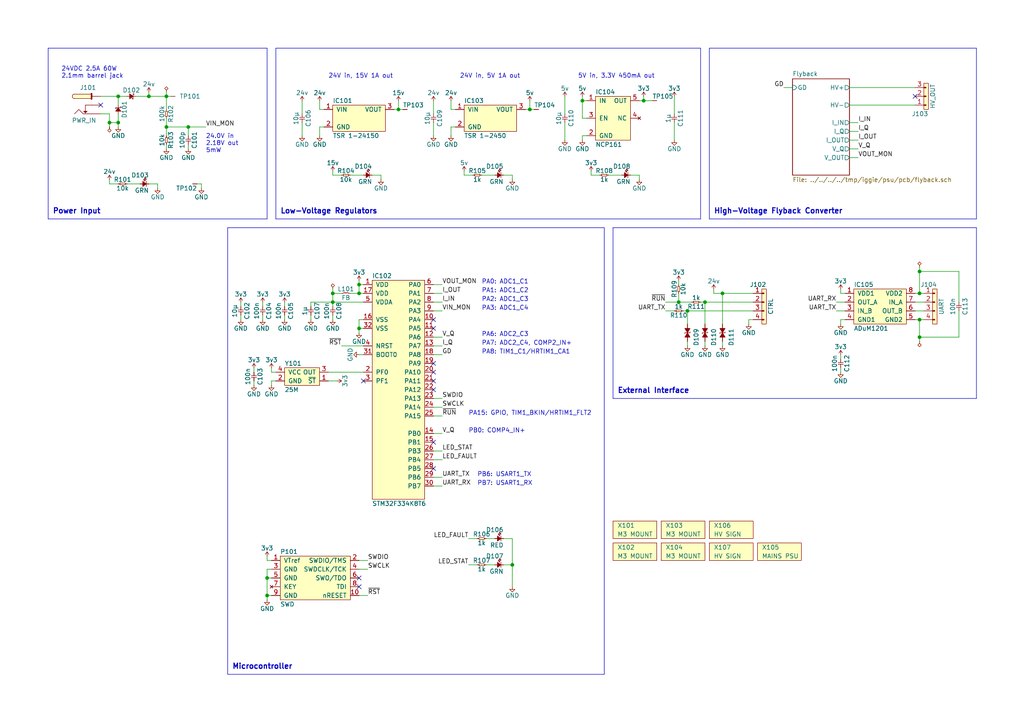
<source format=kicad_sch>
(kicad_sch (version 20230121) (generator eeschema)
  (paper "A4")
  (title_block (title "IGGie PSU") (date "2019-08-26") (rev "1") (comment 1 "Drawn by: AG"))
  (junction (at 54.61 36.83))
  (junction (at 104.14 82.55))
  (junction (at 186.69 29.21))
  (junction (at 96.52 85.09))
  (junction (at 266.7 78.74))
  (junction (at 34.29 27.94))
  (junction (at 77.47 172.72))
  (junction (at 104.14 85.09))
  (junction (at 77.47 167.64))
  (junction (at 266.7 85.09))
  (junction (at 196.85 87.63))
  (junction (at 48.26 27.94))
  (junction (at 43.18 27.94))
  (junction (at 31.75 35.56))
  (junction (at 34.29 35.56))
  (junction (at 199.39 90.17))
  (junction (at 115.57 31.75))
  (junction (at 96.52 87.63))
  (junction (at 209.55 85.09))
  (junction (at 168.91 29.21))
  (junction (at 148.59 163.83))
  (junction (at 204.47 87.63))
  (junction (at 153.67 31.75))
  (junction (at 266.7 92.71))
  (junction (at 104.14 95.25))
  (junction (at 266.7 97.79))
  (junction (at 48.26 36.83))
  (no_connect (at 125.73 113.03))
  (no_connect (at 125.73 107.95))
  (no_connect (at 125.73 92.71))
  (no_connect (at 125.73 105.41))
  (no_connect (at 29.21 30.48))
  (no_connect (at 104.14 170.18))
  (no_connect (at 125.73 95.25))
  (no_connect (at 265.43 27.94))
  (no_connect (at 105.41 110.49))
  (no_connect (at 125.73 128.27))
  (no_connect (at 125.73 135.89))
  (no_connect (at 125.73 110.49))
  (no_connect (at 104.14 167.64))
  (wire (pts (xy 77.47 167.64) (xy 77.47 165.1)))
  (wire (pts (xy 128.27 140.97) (xy 125.73 140.97)))
  (wire (pts (xy 114.3 31.75) (xy 115.57 31.75)))
  (wire (pts (xy 128.27 97.79) (xy 125.73 97.79)))
  (wire (pts (xy 140.97 163.83) (xy 143.51 163.83)))
  (wire (pts (xy 146.05 163.83) (xy 148.59 163.83)))
  (wire (pts (xy 242.57 87.63) (xy 245.11 87.63)))
  (wire (pts (xy 196.85 81.28) (xy 196.85 82.55)))
  (wire (pts (xy 78.74 172.72) (xy 77.47 172.72)))
  (wire (pts (xy 204.47 93.98) (xy 204.47 87.63)))
  (wire (pts (xy 199.39 93.98) (xy 199.39 90.17)))
  (wire (pts (xy 168.91 34.29) (xy 168.91 29.21)))
  (wire (pts (xy 96.52 50.8) (xy 99.06 50.8)))
  (wire (pts (xy 90.17 87.63) (xy 90.17 88.9)))
  (wire (pts (xy 168.91 27.94) (xy 168.91 29.21)))
  (wire (pts (xy 265.43 92.71) (xy 266.7 92.71)))
  (wire (pts (xy 101.6 50.8) (xy 105.41 50.8)))
  (polyline (pts (xy 177.8 115.57) (xy 283.21 115.57)))
  (polyline (pts (xy 175.26 66.04) (xy 175.26 195.58)))
  (wire (pts (xy 93.98 36.83) (xy 92.71 36.83)))
  (wire (pts (xy 48.26 36.83) (xy 48.26 39.37)))
  (wire (pts (xy 130.81 29.21) (xy 130.81 31.75)))
  (wire (pts (xy 209.55 99.06) (xy 209.55 100.33)))
  (wire (pts (xy 34.29 36.83) (xy 34.29 35.56)))
  (wire (pts (xy 92.71 31.75) (xy 93.98 31.75)))
  (wire (pts (xy 246.38 30.48) (xy 265.43 30.48)))
  (wire (pts (xy 278.13 78.74) (xy 266.7 78.74)))
  (wire (pts (xy 246.38 43.18) (xy 248.92 43.18)))
  (polyline (pts (xy 66.04 195.58) (xy 66.04 66.04)))
  (polyline (pts (xy 177.8 66.04) (xy 177.8 115.57)))
  (wire (pts (xy 163.83 33.02) (xy 163.83 27.94)))
  (wire (pts (xy 92.71 29.21) (xy 92.71 31.75)))
  (wire (pts (xy 278.13 87.63) (xy 278.13 78.74)))
  (wire (pts (xy 104.14 102.87) (xy 105.41 102.87)))
  (polyline (pts (xy 77.47 13.97) (xy 13.97 13.97)))
  (wire (pts (xy 73.66 107.95) (xy 73.66 106.68)))
  (polyline (pts (xy 13.97 13.97) (xy 13.97 63.5)))
  (wire (pts (xy 185.42 29.21) (xy 186.69 29.21)))
  (wire (pts (xy 95.25 107.95) (xy 105.41 107.95)))
  (wire (pts (xy 104.14 92.71) (xy 105.41 92.71)))
  (wire (pts (xy 104.14 85.09) (xy 101.6 85.09)))
  (wire (pts (xy 54.61 36.83) (xy 59.69 36.83)))
  (wire (pts (xy 204.47 87.63) (xy 218.44 87.63)))
  (wire (pts (xy 168.91 29.21) (xy 170.18 29.21)))
  (wire (pts (xy 34.29 27.94) (xy 36.83 27.94)))
  (wire (pts (xy 209.55 93.98) (xy 209.55 85.09)))
  (wire (pts (xy 196.85 87.63) (xy 200.66 87.63)))
  (wire (pts (xy 77.47 161.29) (xy 77.47 162.56)))
  (wire (pts (xy 45.72 53.34) (xy 45.72 54.61)))
  (wire (pts (xy 77.47 172.72) (xy 77.47 167.64)))
  (wire (pts (xy 78.74 110.49) (xy 78.74 111.76)))
  (wire (pts (xy 135.89 156.21) (xy 138.43 156.21)))
  (wire (pts (xy 134.62 50.8) (xy 137.16 50.8)))
  (wire (pts (xy 170.18 34.29) (xy 168.91 34.29)))
  (wire (pts (xy 130.81 31.75) (xy 132.08 31.75)))
  (wire (pts (xy 204.47 87.63) (xy 203.2 87.63)))
  (wire (pts (xy 31.75 53.34) (xy 34.29 53.34)))
  (wire (pts (xy 90.17 92.71) (xy 90.17 91.44)))
  (wire (pts (xy 96.52 85.09) (xy 99.06 85.09)))
  (wire (pts (xy 73.66 111.76) (xy 73.66 110.49)))
  (polyline (pts (xy 283.21 115.57) (xy 283.21 66.04)))
  (polyline (pts (xy 175.26 195.58) (xy 66.04 195.58)))
  (wire (pts (xy 186.69 29.21) (xy 186.69 27.94)))
  (wire (pts (xy 243.84 93.98) (xy 243.84 92.71)))
  (wire (pts (xy 153.67 31.75) (xy 153.67 29.21)))
  (wire (pts (xy 48.26 36.83) (xy 54.61 36.83)))
  (wire (pts (xy 96.52 87.63) (xy 90.17 87.63)))
  (wire (pts (xy 31.75 35.56) (xy 34.29 35.56)))
  (polyline (pts (xy 13.97 63.5) (xy 77.47 63.5)))
  (wire (pts (xy 242.57 90.17) (xy 245.11 90.17)))
  (wire (pts (xy 128.27 120.65) (xy 125.73 120.65)))
  (wire (pts (xy 148.59 50.8) (xy 148.59 52.07)))
  (wire (pts (xy 125.73 87.63) (xy 128.27 87.63)))
  (polyline (pts (xy 205.74 63.5) (xy 283.21 63.5)))
  (wire (pts (xy 48.26 26.67) (xy 48.26 27.94)))
  (wire (pts (xy 265.43 87.63) (xy 267.97 87.63)))
  (wire (pts (xy 96.52 83.82) (xy 96.52 85.09)))
  (wire (pts (xy 48.26 43.18) (xy 48.26 41.91)))
  (wire (pts (xy 243.84 102.87) (xy 243.84 104.14)))
  (wire (pts (xy 135.89 163.83) (xy 138.43 163.83)))
  (wire (pts (xy 115.57 31.75) (xy 115.57 29.21)))
  (wire (pts (xy 154.94 31.75) (xy 153.67 31.75)))
  (wire (pts (xy 31.75 33.02) (xy 31.75 35.56)))
  (wire (pts (xy 196.85 85.09) (xy 196.85 87.63)))
  (wire (pts (xy 104.14 165.1) (xy 106.68 165.1)))
  (wire (pts (xy 104.14 85.09) (xy 105.41 85.09)))
  (wire (pts (xy 246.38 45.72) (xy 248.92 45.72)))
  (wire (pts (xy 195.58 33.02) (xy 195.58 27.94)))
  (wire (pts (xy 204.47 100.33) (xy 204.47 99.06)))
  (wire (pts (xy 217.17 92.71) (xy 218.44 92.71)))
  (wire (pts (xy 82.55 87.63) (xy 82.55 88.9)))
  (wire (pts (xy 78.74 107.95) (xy 80.01 107.95)))
  (wire (pts (xy 31.75 36.83) (xy 31.75 35.56)))
  (wire (pts (xy 48.26 34.29) (xy 48.26 36.83)))
  (wire (pts (xy 130.81 36.83) (xy 132.08 36.83)))
  (wire (pts (xy 87.63 39.37) (xy 87.63 35.56)))
  (wire (pts (xy 163.83 40.64) (xy 163.83 35.56)))
  (wire (pts (xy 96.52 49.53) (xy 96.52 50.8)))
  (wire (pts (xy 43.18 53.34) (xy 45.72 53.34)))
  (wire (pts (xy 130.81 39.37) (xy 130.81 36.83)))
  (wire (pts (xy 125.73 130.81) (xy 128.27 130.81)))
  (polyline (pts (xy 80.01 63.5) (xy 203.2 63.5)))
  (polyline (pts (xy 66.04 66.04) (xy 175.26 66.04)))
  (polyline (pts (xy 283.21 66.04) (xy 177.8 66.04)))
  (wire (pts (xy 189.23 29.21) (xy 186.69 29.21)))
  (polyline (pts (xy 203.2 13.97) (xy 80.01 13.97)))
  (wire (pts (xy 229.87 25.4) (xy 227.33 25.4)))
  (wire (pts (xy 171.45 49.53) (xy 171.45 50.8)))
  (wire (pts (xy 34.29 33.02) (xy 34.29 35.56)))
  (wire (pts (xy 107.95 50.8) (xy 110.49 50.8)))
  (wire (pts (xy 104.14 162.56) (xy 106.68 162.56)))
  (wire (pts (xy 125.73 118.11) (xy 128.27 118.11)))
  (wire (pts (xy 34.29 27.94) (xy 34.29 30.48)))
  (wire (pts (xy 128.27 102.87) (xy 125.73 102.87)))
  (wire (pts (xy 243.84 92.71) (xy 245.11 92.71)))
  (wire (pts (xy 217.17 93.98) (xy 217.17 92.71)))
  (wire (pts (xy 77.47 165.1) (xy 78.74 165.1)))
  (wire (pts (xy 148.59 163.83) (xy 148.59 156.21)))
  (wire (pts (xy 243.84 85.09) (xy 245.11 85.09)))
  (wire (pts (xy 125.73 29.21) (xy 125.73 33.02)))
  (wire (pts (xy 168.91 39.37) (xy 168.91 40.64)))
  (wire (pts (xy 193.04 87.63) (xy 196.85 87.63)))
  (wire (pts (xy 105.41 82.55) (xy 104.14 82.55)))
  (wire (pts (xy 176.53 50.8) (xy 180.34 50.8)))
  (wire (pts (xy 43.18 27.94) (xy 48.26 27.94)))
  (wire (pts (xy 77.47 173.99) (xy 77.47 172.72)))
  (wire (pts (xy 96.52 87.63) (xy 96.52 85.09)))
  (wire (pts (xy 209.55 85.09) (xy 218.44 85.09)))
  (wire (pts (xy 76.2 87.63) (xy 76.2 88.9)))
  (wire (pts (xy 78.74 106.68) (xy 78.74 107.95)))
  (wire (pts (xy 139.7 50.8) (xy 143.51 50.8)))
  (wire (pts (xy 49.53 27.94) (xy 48.26 27.94)))
  (wire (pts (xy 266.7 77.47) (xy 266.7 78.74)))
  (wire (pts (xy 128.27 85.09) (xy 125.73 85.09)))
  (wire (pts (xy 96.52 87.63) (xy 105.41 87.63)))
  (wire (pts (xy 182.88 50.8) (xy 185.42 50.8)))
  (wire (pts (xy 99.06 100.33) (xy 105.41 100.33)))
  (wire (pts (xy 128.27 138.43) (xy 125.73 138.43)))
  (wire (pts (xy 69.85 92.71) (xy 69.85 91.44)))
  (wire (pts (xy 199.39 100.33) (xy 199.39 99.06)))
  (wire (pts (xy 39.37 27.94) (xy 43.18 27.94)))
  (wire (pts (xy 193.04 90.17) (xy 195.58 90.17)))
  (wire (pts (xy 170.18 39.37) (xy 168.91 39.37)))
  (wire (pts (xy 125.73 39.37) (xy 125.73 35.56)))
  (wire (pts (xy 148.59 156.21) (xy 146.05 156.21)))
  (wire (pts (xy 265.43 85.09) (xy 266.7 85.09)))
  (wire (pts (xy 125.73 82.55) (xy 128.27 82.55)))
  (wire (pts (xy 278.13 97.79) (xy 278.13 90.17)))
  (polyline (pts (xy 203.2 63.5) (xy 203.2 13.97)))
  (wire (pts (xy 31.75 52.07) (xy 31.75 53.34)))
  (wire (pts (xy 243.84 106.68) (xy 243.84 107.95)))
  (wire (pts (xy 246.38 38.1) (xy 248.92 38.1)))
  (wire (pts (xy 29.21 27.94) (xy 34.29 27.94)))
  (wire (pts (xy 97.79 110.49) (xy 95.25 110.49)))
  (wire (pts (xy 266.7 97.79) (xy 278.13 97.79)))
  (wire (pts (xy 87.63 29.21) (xy 87.63 33.02)))
  (wire (pts (xy 148.59 163.83) (xy 148.59 170.18)))
  (wire (pts (xy 207.01 85.09) (xy 209.55 85.09)))
  (wire (pts (xy 140.97 156.21) (xy 143.51 156.21)))
  (polyline (pts (xy 205.74 13.97) (xy 205.74 63.5)))
  (wire (pts (xy 110.49 50.8) (xy 110.49 52.07)))
  (wire (pts (xy 82.55 91.44) (xy 82.55 92.71)))
  (wire (pts (xy 266.7 78.74) (xy 266.7 85.09)))
  (wire (pts (xy 54.61 39.37) (xy 54.61 36.83)))
  (wire (pts (xy 266.7 85.09) (xy 267.97 85.09)))
  (wire (pts (xy 43.18 27.94) (xy 43.18 26.67)))
  (wire (pts (xy 195.58 40.64) (xy 195.58 35.56)))
  (wire (pts (xy 266.7 92.71) (xy 267.97 92.71)))
  (wire (pts (xy 76.2 91.44) (xy 76.2 92.71)))
  (wire (pts (xy 125.73 115.57) (xy 128.27 115.57)))
  (wire (pts (xy 128.27 100.33) (xy 125.73 100.33)))
  (wire (pts (xy 128.27 133.35) (xy 125.73 133.35)))
  (wire (pts (xy 246.38 35.56) (xy 248.92 35.56)))
  (wire (pts (xy 207.01 83.82) (xy 207.01 85.09)))
  (wire (pts (xy 58.42 53.34) (xy 58.42 54.61)))
  (wire (pts (xy 104.14 81.28) (xy 104.14 82.55)))
  (polyline (pts (xy 283.21 13.97) (xy 205.74 13.97)))
  (polyline (pts (xy 80.01 13.97) (xy 80.01 63.5)))
  (wire (pts (xy 134.62 49.53) (xy 134.62 50.8)))
  (wire (pts (xy 29.21 33.02) (xy 31.75 33.02)))
  (wire (pts (xy 57.15 53.34) (xy 58.42 53.34)))
  (wire (pts (xy 198.12 90.17) (xy 199.39 90.17)))
  (wire (pts (xy 128.27 90.17) (xy 125.73 90.17)))
  (wire (pts (xy 185.42 50.8) (xy 185.42 52.07)))
  (wire (pts (xy 78.74 167.64) (xy 77.47 167.64)))
  (wire (pts (xy 243.84 83.82) (xy 243.84 85.09)))
  (wire (pts (xy 199.39 90.17) (xy 218.44 90.17)))
  (wire (pts (xy 36.83 53.34) (xy 40.64 53.34)))
  (wire (pts (xy 80.01 110.49) (xy 78.74 110.49)))
  (wire (pts (xy 266.7 92.71) (xy 266.7 97.79)))
  (wire (pts (xy 246.38 40.64) (xy 248.92 40.64)))
  (polyline (pts (xy 77.47 13.97) (xy 77.47 63.5)))
  (wire (pts (xy 104.14 82.55) (xy 104.14 85.09)))
  (wire (pts (xy 54.61 43.18) (xy 54.61 41.91)))
  (wire (pts (xy 146.05 50.8) (xy 148.59 50.8)))
  (wire (pts (xy 105.41 95.25) (xy 104.14 95.25)))
  (wire (pts (xy 48.26 27.94) (xy 48.26 31.75)))
  (wire (pts (xy 96.52 88.9) (xy 96.52 87.63)))
  (wire (pts (xy 128.27 125.73) (xy 125.73 125.73)))
  (wire (pts (xy 265.43 90.17) (xy 267.97 90.17)))
  (wire (pts (xy 69.85 88.9) (xy 69.85 87.63)))
  (wire (pts (xy 92.71 36.83) (xy 92.71 39.37)))
  (wire (pts (xy 246.38 25.4) (xy 265.43 25.4)))
  (wire (pts (xy 152.4 31.75) (xy 153.67 31.75)))
  (wire (pts (xy 171.45 50.8) (xy 173.99 50.8)))
  (wire (pts (xy 116.84 31.75) (xy 115.57 31.75)))
  (wire (pts (xy 77.47 162.56) (xy 78.74 162.56)))
  (wire (pts (xy 266.7 99.06) (xy 266.7 97.79)))
  (wire (pts (xy 96.52 92.71) (xy 96.52 91.44)))
  (polyline (pts (xy 283.21 63.5) (xy 283.21 13.97)))
  (wire (pts (xy 104.14 96.52) (xy 104.14 95.25)))
  (wire (pts (xy 104.14 95.25) (xy 104.14 92.71)))
  (wire (pts (xy 104.14 172.72) (xy 106.68 172.72)))
  (text "5V in, 3.3V 450mA out" (at 167.64 22.86 0) (effects (font (size 1.27 1.27)) (justify left bottom)))
  (text "External Interface" (at 179.07 114.3 0) (effects (font (size 1.524 1.524) (thickness 0.3048) bold) (justify left bottom)))
  (text "High-Voltage Flyback Converter" (at 207.01 62.23 0) (effects (font (size 1.524 1.524) (thickness 0.3048) bold) (justify left bottom)))
  (text "PA0: ADC1_C1" (at 139.7 82.55 0) (effects (font (size 1.27 1.27)) (justify left bottom)))
  (text "PA1: ADC1_C2" (at 139.7 85.09 0) (effects (font (size 1.27 1.27)) (justify left bottom)))
  (text "24V in, 15V 1A out" (at 95.25 22.86 0) (effects (font (size 1.27 1.27)) (justify left bottom)))
  (text "PB0: COMP4_IN+" (at 135.89 125.73 0) (effects (font (size 1.27 1.27)) (justify left bottom)))
  (text "Low-Voltage Regulators" (at 81.28 62.23 0) (effects (font (size 1.524 1.524) (thickness 0.3048) bold) (justify left bottom)))
  (text "Power Input" (at 15.24 62.23 0) (effects (font (size 1.524 1.524) (thickness 0.3048) bold) (justify left bottom)))
  (text "PA8: TIM1_C1/HRTIM1_CA1" (at 139.7 102.87 0) (effects (font (size 1.27 1.27)) (justify left bottom)))
  (text "24V in, 5V 1A out" (at 133.35 22.86 0) (effects (font (size 1.27 1.27)) (justify left bottom)))
  (text "PA3: ADC1_C4" (at 139.7 90.17 0) (effects (font (size 1.27 1.27)) (justify left bottom)))
  (text "PA2: ADC1_C3" (at 139.7 87.63 0) (effects (font (size 1.27 1.27)) (justify left bottom)))
  (text "Microcontroller" (at 67.31 194.31 0) (effects (font (size 1.524 1.524) (thickness 0.3048) bold) (justify left bottom)))
  (text "PA7: ADC2_C4, COMP2_IN+" (at 139.7 100.33 0) (effects (font (size 1.27 1.27)) (justify left bottom)))
  (text "PA15: GPIO, TIM1_BKIN/HRTIM1_FLT2" (at 135.89 120.65 0) (effects (font (size 1.27 1.27)) (justify left bottom)))
  (text "24.0V in\n2.18V out\n5mW" (at 59.69 44.45 0) (effects (font (size 1.27 1.27)) (justify left bottom)))
  (text "PB6: USART1_TX" (at 138.43 138.43 0) (effects (font (size 1.27 1.27)) (justify left bottom)))
  (text "PA6: ADC2_C3" (at 139.7 97.79 0) (effects (font (size 1.27 1.27)) (justify left bottom)))
  (text "PB7: USART1_RX" (at 138.43 140.97 0) (effects (font (size 1.27 1.27)) (justify left bottom)))
  (text "24VDC 2.5A 60W\n2.1mm barrel jack" (at 17.78 22.86 0) (effects (font (size 1.27 1.27)) (justify left bottom)))
  (label "V_Q" (at 248.92 43.18 0))
  (label "GD" (at 227.33 25.4 180))
  (label "V_Q" (at 128.27 97.79 0))
  (label "UART_TX" (at 242.57 90.17 180))
  (label "GD" (at 128.27 102.87 0))
  (label "VIN_MON" (at 128.27 90.17 0))
  (label "V_Q" (at 128.27 125.73 0))
  (label "I_Q" (at 248.92 38.1 0))
  (label "VIN_MON" (at 59.69 36.83 0))
  (label "VOUT_MON" (at 128.27 82.55 0))
  (label "I_OUT" (at 128.27 85.09 0))
  (label "LED_STAT" (at 135.89 163.83 180))
  (label "~{RUN}" (at 193.04 87.63 180))
  (label "VOUT_MON" (at 248.92 45.72 0))
  (label "I_OUT" (at 248.92 40.64 0))
  (label "I_Q" (at 128.27 100.33 0))
  (label "UART_RX" (at 242.57 87.63 180))
  (label "UART_TX" (at 128.27 138.43 0))
  (label "LED_FAULT" (at 128.27 133.35 0))
  (label "UART_TX" (at 193.04 90.17 180))
  (label "SWCLK" (at 106.68 165.1 0))
  (label "I_IN" (at 128.27 87.63 0))
  (label "I_IN" (at 248.92 35.56 0))
  (label "SWDIO" (at 128.27 115.57 0))
  (label "UART_RX" (at 128.27 140.97 0))
  (label "SWDIO" (at 106.68 162.56 0))
  (label "SWCLK" (at 128.27 118.11 0))
  (label "~{RST}" (at 106.68 172.72 0))
  (label "LED_STAT" (at 128.27 130.81 0))
  (label "~{RUN}" (at 128.27 120.65 0))
  (label "LED_FAULT" (at 135.89 156.21 180))
  (label "~{RST}" (at 99.06 100.33 180))
  (symbol (lib_id "psu-rescue:STM32F3xxKxTx-agg") (at 115.57 113.03 0) (unit 1)
    (property "Reference" "IC102" (at 107.95 80.01 0) (effects (justify left)))
    (property "Value" "STM32F334K8T6" (at 107.95 146.05 0) (effects (justify left)))
    (property "Footprint" "agg:LQFP-32" (effects hide))
    (property "Datasheet" "https://www.st.com/resource/en/datasheet/stm32f334k8.pdf" (effects hide))
    (property "Farnell" "2469571" (effects hide))
  )
  (symbol (lib_id "psu-rescue:CONN_01x04-agg") (at 220.98 85.09 0) (mirror y) (unit 1)
    (property "Reference" "J102" (at 222.25 82.55 0) (effects (justify left)))
    (property "Value" "CTRL" (at 223.52 88.9 90))
    (property "Footprint" "agg:MOLEX-KK-254P-04" (effects hide))
    (property "Farnell" "1360132" (effects hide))
  )
  (symbol (lib_id "psu-rescue:TSR1-agg") (at 142.24 34.29 0) (unit 1)
    (property "Reference" "IC103" (at 134.62 29.21 0) (effects (justify left)))
    (property "Value" "TSR 1-2450" (at 134.62 39.37 0) (effects (justify left)))
    (property "Footprint" "agg:TSR1" (effects hide))
    (property "Datasheet" "http://www.tracopower.com/products/tsr1.pdf" (effects hide))
    (property "Farnell" "1696320" (effects hide))
  )
  (symbol (lib_id "psu-rescue:SWD-agg") (at 91.44 167.64 0) (unit 1)
    (property "Reference" "P101" (at 81.28 160.02 0) (effects (justify left)))
    (property "Value" "SWD" (at 81.28 175.26 0) (effects (justify left)))
    (property "Footprint" "agg:FTSH-105-01-L-DV-K" (effects hide))
    (property "Farnell" "2856437" (effects hide))
  )
  (symbol (lib_id "psu-rescue:24v-agg") (at 130.81 29.21 0) (unit 1)
    (property "Reference" "#PWR0135" (effects hide))
    (property "Value" "24v" (at 130.81 26.924 0))
  )
  (symbol (lib_id "psu-rescue:GND-agg") (at 130.81 39.37 0) (unit 1)
    (property "Reference" "#PWR0136" (effects hide))
    (property "Value" "GND" (at 130.81 41.91 0))
  )
  (symbol (lib_id "psu-rescue:5v-agg") (at 153.67 29.21 0) (unit 1)
    (property "Reference" "#PWR0140" (effects hide))
    (property "Value" "5v" (at 153.67 26.924 0))
  )
  (symbol (lib_id "psu-rescue:C-agg") (at 163.83 33.02 270) (unit 1)
    (property "Reference" "C110" (at 165.608 34.29 0))
    (property "Value" "10µ" (at 162.052 34.29 0))
    (property "Footprint" "agg:1210" (effects hide))
    (property "Voltage" "50V" (effects hide))
    (property "Farnell" "2781426" (effects hide))
  )
  (symbol (lib_id "psu-rescue:5v-agg") (at 163.83 27.94 0) (unit 1)
    (property "Reference" "#PWR0141" (effects hide))
    (property "Value" "5v" (at 163.83 25.654 0))
  )
  (symbol (lib_id "psu-rescue:GND-agg") (at 163.83 40.64 0) (unit 1)
    (property "Reference" "#PWR0142" (effects hide))
    (property "Value" "GND" (at 163.83 43.18 0))
  )
  (symbol (lib_id "psu-rescue:C-agg") (at 195.58 33.02 270) (unit 1)
    (property "Reference" "C111" (at 197.358 34.29 0))
    (property "Value" "1µ" (at 193.802 34.29 0))
    (property "Footprint" "agg:0603" (effects hide))
    (property "Voltage" "16V" (effects hide))
    (property "Farnell" "2320814" (effects hide))
  )
  (symbol (lib_id "psu-rescue:GND-agg") (at 195.58 40.64 0) (unit 1)
    (property "Reference" "#PWR0149" (effects hide))
    (property "Value" "GND" (at 195.58 43.18 0))
  )
  (symbol (lib_id "psu-rescue:3v3-agg") (at 195.58 27.94 0) (unit 1)
    (property "Reference" "#PWR0148" (effects hide))
    (property "Value" "3v3" (at 195.58 25.654 0))
  )
  (symbol (lib_id "psu-rescue:C-agg") (at 125.73 33.02 270) (unit 1)
    (property "Reference" "C109" (at 127.508 34.29 0))
    (property "Value" "10µ" (at 123.952 34.29 0))
    (property "Footprint" "agg:1210" (effects hide))
    (property "Voltage" "50V" (effects hide))
    (property "Farnell" "2781426" (effects hide))
  )
  (symbol (lib_id "psu-rescue:24v-agg") (at 125.73 29.21 0) (unit 1)
    (property "Reference" "#PWR0133" (effects hide))
    (property "Value" "24v" (at 125.73 26.924 0))
  )
  (symbol (lib_id "psu-rescue:GND-agg") (at 125.73 39.37 0) (unit 1)
    (property "Reference" "#PWR0134" (effects hide))
    (property "Value" "GND" (at 125.73 41.91 0))
  )
  (symbol (lib_id "psu-rescue:24v-agg") (at 207.01 83.82 0) (unit 1)
    (property "Reference" "#PWR0153" (effects hide))
    (property "Value" "24v" (at 207.01 81.534 0))
  )
  (symbol (lib_id "psu-rescue:GND-agg") (at 217.17 93.98 0) (unit 1)
    (property "Reference" "#PWR0155" (effects hide))
    (property "Value" "GND" (at 217.17 96.52 0))
  )
  (symbol (lib_id "psu-rescue:GND-agg") (at 77.47 173.99 0) (unit 1)
    (property "Reference" "#PWR0115" (effects hide))
    (property "Value" "GND" (at 77.47 176.53 0))
  )
  (symbol (lib_id "psu-rescue:3v3-agg") (at 77.47 161.29 0) (unit 1)
    (property "Reference" "#PWR0114" (effects hide))
    (property "Value" "3v3" (at 77.47 159.004 0))
  )
  (symbol (lib_id "psu-rescue:GND-agg") (at 104.14 96.52 0) (unit 1)
    (property "Reference" "#PWR0129" (effects hide))
    (property "Value" "GND" (at 104.14 99.06 0))
  )
  (symbol (lib_id "psu-rescue:3v3-agg") (at 104.14 81.28 0) (unit 1)
    (property "Reference" "#PWR0128" (effects hide))
    (property "Value" "3v3" (at 104.14 78.994 0))
  )
  (symbol (lib_id "psu-rescue:L-agg") (at 99.06 85.09 0) (unit 1)
    (property "Reference" "L101" (at 100.33 83.82 0))
    (property "Value" "FB" (at 100.33 86.36 0))
    (property "Footprint" "agg:0603" (effects hide))
    (property "Farnell" "1515747" (effects hide))
  )
  (symbol (lib_id "psu-rescue:PWR-agg") (at 96.52 83.82 0) (unit 1)
    (property "Reference" "#FLG0103" (effects hide))
    (property "Value" "PWR" (effects hide))
  )
  (symbol (lib_id "psu-rescue:C-agg") (at 96.52 88.9 270) (unit 1)
    (property "Reference" "C108" (at 98.298 90.17 0))
    (property "Value" "100n" (at 94.742 90.17 0))
    (property "Footprint" "agg:0603" (effects hide))
    (property "Voltage" "50V" (effects hide))
    (property "Farnell" "2320803" (effects hide))
  )
  (symbol (lib_id "psu-rescue:C-agg") (at 82.55 88.9 270) (unit 1)
    (property "Reference" "C105" (at 84.328 90.17 0))
    (property "Value" "100n" (at 80.772 90.17 0))
    (property "Footprint" "agg:0603" (effects hide))
    (property "Voltage" "50V" (effects hide))
    (property "Farnell" "2320803" (effects hide))
  )
  (symbol (lib_id "psu-rescue:C-agg") (at 76.2 88.9 270) (unit 1)
    (property "Reference" "C104" (at 77.978 90.17 0))
    (property "Value" "100n" (at 74.422 90.17 0))
    (property "Footprint" "agg:0603" (effects hide))
    (property "Voltage" "50V" (effects hide))
    (property "Farnell" "2320803" (effects hide))
  )
  (symbol (lib_id "psu-rescue:C-agg") (at 69.85 88.9 270) (unit 1)
    (property "Reference" "C102" (at 71.628 90.17 0))
    (property "Value" "10µ" (at 68.072 90.17 0))
    (property "Footprint" "agg:1210" (effects hide))
    (property "Voltage" "50V" (effects hide))
    (property "Farnell" "2781426" (effects hide))
  )
  (symbol (lib_id "psu-rescue:3v3-agg") (at 69.85 87.63 0) (unit 1)
    (property "Reference" "#PWR0108" (effects hide))
    (property "Value" "3v3" (at 69.85 85.344 0))
  )
  (symbol (lib_id "psu-rescue:3v3-agg") (at 76.2 87.63 0) (unit 1)
    (property "Reference" "#PWR0112" (effects hide))
    (property "Value" "3v3" (at 76.2 85.344 0))
  )
  (symbol (lib_id "psu-rescue:3v3-agg") (at 82.55 87.63 0) (unit 1)
    (property "Reference" "#PWR0118" (effects hide))
    (property "Value" "3v3" (at 82.55 85.344 0))
  )
  (symbol (lib_id "psu-rescue:GND-agg") (at 82.55 92.71 0) (unit 1)
    (property "Reference" "#PWR0119" (effects hide))
    (property "Value" "GND" (at 82.55 95.25 0))
  )
  (symbol (lib_id "psu-rescue:GND-agg") (at 76.2 92.71 0) (unit 1)
    (property "Reference" "#PWR0113" (effects hide))
    (property "Value" "GND" (at 76.2 95.25 0))
  )
  (symbol (lib_id "psu-rescue:GND-agg") (at 69.85 92.71 0) (unit 1)
    (property "Reference" "#PWR0109" (effects hide))
    (property "Value" "GND" (at 69.85 95.25 0))
  )
  (symbol (lib_id "psu-rescue:C-agg") (at 90.17 88.9 270) (unit 1)
    (property "Reference" "C107" (at 91.948 90.17 0))
    (property "Value" "1µ" (at 88.392 90.17 0))
    (property "Footprint" "agg:0603" (effects hide))
    (property "Voltage" "16V" (effects hide))
    (property "Farnell" "2320814" (effects hide))
  )
  (symbol (lib_id "psu-rescue:GND-agg") (at 96.52 92.71 0) (unit 1)
    (property "Reference" "#PWR0126" (effects hide))
    (property "Value" "GND" (at 96.52 95.25 0))
  )
  (symbol (lib_id "psu-rescue:GND-agg") (at 90.17 92.71 0) (unit 1)
    (property "Reference" "#PWR0122" (effects hide))
    (property "Value" "GND" (at 90.17 95.25 0))
  )
  (symbol (lib_id "psu-rescue:R-agg") (at 198.12 90.17 180) (unit 1)
    (property "Reference" "R110" (at 196.85 91.44 0))
    (property "Value" "1k" (at 196.85 88.9 0))
    (property "Footprint" "agg:0603" (effects hide))
    (property "Farnell" "2447272" (effects hide))
    (property "Voltage" "50V" (effects hide))
  )
  (symbol (lib_id "psu-rescue:R-agg") (at 203.2 87.63 180) (unit 1)
    (property "Reference" "R111" (at 201.93 88.9 0))
    (property "Value" "1k" (at 201.93 86.36 0))
    (property "Footprint" "agg:0603" (effects hide))
    (property "Farnell" "2447272" (effects hide))
    (property "Voltage" "50V" (effects hide))
  )
  (symbol (lib_id "psu-rescue:ESD_DIODE-agg") (at 199.39 96.52 270) (unit 1)
    (property "Reference" "D109" (at 201.93 95.25 0) (effects (justify left)))
    (property "Value" "ESD_DIODE" (effects hide))
    (property "Footprint" "agg:0603" (effects hide))
    (property "Farnell" "2368174" (effects hide))
    (property "Voltage" "24V" (effects hide))
  )
  (symbol (lib_id "psu-rescue:ESD_DIODE-agg") (at 204.47 96.52 270) (unit 1)
    (property "Reference" "D110" (at 207.01 95.25 0) (effects (justify left)))
    (property "Value" "ESD_DIODE" (effects hide))
    (property "Footprint" "agg:0603" (effects hide))
    (property "Farnell" "2368174" (effects hide))
    (property "Voltage" "24V" (effects hide))
  )
  (symbol (lib_id "psu-rescue:GND-agg") (at 204.47 100.33 0) (unit 1)
    (property "Reference" "#PWR0152" (effects hide))
    (property "Value" "GND" (at 204.47 102.87 0))
  )
  (symbol (lib_id "psu-rescue:GND-agg") (at 199.39 100.33 0) (unit 1)
    (property "Reference" "#PWR0151" (effects hide))
    (property "Value" "GND" (at 199.39 102.87 0))
  )
  (symbol (lib_id "psu-rescue:PART-agg") (at 177.8 161.29 0) (unit 1)
    (property "Reference" "X102" (at 179.07 158.75 0) (effects (justify left)))
    (property "Value" "M3 MOUNT" (at 179.07 161.29 0) (effects (justify left)))
    (property "Footprint" "agg:M3_MOUNT" (effects hide))
  )
  (symbol (lib_id "psu-rescue:PART-agg") (at 191.77 161.29 0) (unit 1)
    (property "Reference" "X104" (at 193.04 158.75 0) (effects (justify left)))
    (property "Value" "M3 MOUNT" (at 193.04 161.29 0) (effects (justify left)))
    (property "Footprint" "agg:M3_MOUNT" (effects hide))
  )
  (symbol (lib_id "psu-rescue:PART-agg") (at 191.77 154.94 0) (unit 1)
    (property "Reference" "X103" (at 193.04 152.4 0) (effects (justify left)))
    (property "Value" "M3 MOUNT" (at 193.04 154.94 0) (effects (justify left)))
    (property "Footprint" "agg:M3_MOUNT" (effects hide))
  )
  (symbol (lib_id "psu-rescue:PART-agg") (at 177.8 154.94 0) (unit 1)
    (property "Reference" "X101" (at 179.07 152.4 0) (effects (justify left)))
    (property "Value" "M3 MOUNT" (at 179.07 154.94 0) (effects (justify left)))
    (property "Footprint" "agg:M3_MOUNT" (effects hide))
  )
  (symbol (lib_id "psu-rescue:GND-agg") (at 104.14 102.87 270) (unit 1)
    (property "Reference" "#PWR0130" (effects hide))
    (property "Value" "GND" (at 101.6 102.87 0))
  )
  (symbol (lib_id "psu-rescue:TCXO_ST-agg") (at 87.63 107.95 0) (unit 1)
    (property "Reference" "Y101" (at 82.55 105.41 0) (effects (justify left)))
    (property "Value" "25M" (at 82.55 113.03 0) (effects (justify left)))
    (property "Footprint" "agg:XTAL-25x20" (effects hide))
    (property "Datasheet" "http://www.farnell.com/datasheets/2581435.pdf" (effects hide))
    (property "Farnell" "2849479" (effects hide))
  )
  (symbol (lib_id "psu-rescue:C-agg") (at 73.66 107.95 270) (unit 1)
    (property "Reference" "C103" (at 75.438 109.22 0))
    (property "Value" "100n" (at 71.882 109.22 0))
    (property "Footprint" "agg:0603" (effects hide))
    (property "Voltage" "50V" (effects hide))
    (property "Farnell" "2320803" (effects hide))
  )
  (symbol (lib_id "psu-rescue:GND-agg") (at 78.74 111.76 0) (unit 1)
    (property "Reference" "#PWR0117" (effects hide))
    (property "Value" "GND" (at 78.74 114.3 0))
  )
  (symbol (lib_id "psu-rescue:GND-agg") (at 73.66 111.76 0) (unit 1)
    (property "Reference" "#PWR0111" (effects hide))
    (property "Value" "GND" (at 73.66 114.3 0))
  )
  (symbol (lib_id "psu-rescue:3v3-agg") (at 73.66 106.68 0) (unit 1)
    (property "Reference" "#PWR0110" (effects hide))
    (property "Value" "3v3" (at 73.66 104.394 0))
  )
  (symbol (lib_id "psu-rescue:3v3-agg") (at 78.74 106.68 0) (unit 1)
    (property "Reference" "#PWR0116" (effects hide))
    (property "Value" "3v3" (at 78.74 104.394 0))
  )
  (symbol (lib_id "psu-rescue:3v3-agg") (at 97.79 110.49 270) (unit 1)
    (property "Reference" "#PWR0127" (effects hide))
    (property "Value" "3v3" (at 100.076 110.49 0))
  )
  (symbol (lib_id "psu-rescue:PART-agg") (at 219.71 161.29 0) (unit 1)
    (property "Reference" "X105" (at 220.98 158.75 0) (effects (justify left)))
    (property "Value" "MAINS PSU" (at 220.98 161.29 0) (effects (justify left)))
    (property "Datasheet" "http://www.farnell.com/datasheets/2547969.pdf" (effects hide))
    (property "Farnell" "2815916" (effects hide))
  )
  (symbol (lib_id "psu-rescue:ESD_DIODE-agg") (at 209.55 96.52 270) (unit 1)
    (property "Reference" "D111" (at 212.09 95.25 0) (effects (justify left)))
    (property "Value" "ESD_DIODE" (effects hide))
    (property "Footprint" "agg:0603" (effects hide))
    (property "Farnell" "2368174" (effects hide))
    (property "Voltage" "24V" (effects hide))
  )
  (symbol (lib_id "psu-rescue:GND-agg") (at 209.55 100.33 0) (unit 1)
    (property "Reference" "#PWR0154" (effects hide))
    (property "Value" "GND" (at 209.55 102.87 0))
  )
  (symbol (lib_id "psu-rescue:LED-agg") (at 146.05 156.21 0) (mirror y) (unit 1)
    (property "Reference" "D106" (at 146.05 153.67 0) (effects (justify left)))
    (property "Value" "RED" (at 146.05 158.115 0) (effects (justify left)))
    (property "Footprint" "agg:0603-LED" (effects hide))
    (property "Farnell" "2290329" (effects hide))
  )
  (symbol (lib_id "psu-rescue:R-agg") (at 138.43 156.21 0) (unit 1)
    (property "Reference" "R106" (at 139.7 154.94 0))
    (property "Value" "1k" (at 139.7 157.48 0))
    (property "Footprint" "agg:0603" (effects hide))
    (property "Farnell" "2447272" (effects hide))
    (property "Voltage" "50V" (effects hide))
  )
  (symbol (lib_id "psu-rescue:R-agg") (at 138.43 163.83 0) (unit 1)
    (property "Reference" "R107" (at 139.7 162.56 0))
    (property "Value" "1k" (at 139.7 165.1 0))
    (property "Footprint" "agg:0603" (effects hide))
    (property "Farnell" "2447272" (effects hide))
    (property "Voltage" "50V" (effects hide))
  )
  (symbol (lib_id "psu-rescue:LED-agg") (at 146.05 163.83 0) (mirror y) (unit 1)
    (property "Reference" "D107" (at 146.05 161.29 0) (effects (justify left)))
    (property "Value" "GRN" (at 146.05 165.735 0) (effects (justify left)))
    (property "Footprint" "agg:0603-LED" (effects hide))
    (property "Farnell" "2290328" (effects hide))
  )
  (symbol (lib_id "psu-rescue:LED-agg") (at 146.05 50.8 0) (mirror y) (unit 1)
    (property "Reference" "D105" (at 146.05 48.26 0) (effects (justify left)))
    (property "Value" "GRN" (at 146.05 52.705 0) (effects (justify left)))
    (property "Footprint" "agg:0603-LED" (effects hide))
    (property "Farnell" "2290328" (effects hide))
  )
  (symbol (lib_id "psu-rescue:R-agg") (at 137.16 50.8 0) (unit 1)
    (property "Reference" "R105" (at 138.43 49.53 0))
    (property "Value" "1k" (at 138.43 52.07 0))
    (property "Footprint" "agg:0603" (effects hide))
    (property "Farnell" "2447272" (effects hide))
    (property "Voltage" "50V" (effects hide))
  )
  (symbol (lib_id "psu-rescue:GND-agg") (at 148.59 52.07 0) (unit 1)
    (property "Reference" "#PWR0138" (effects hide))
    (property "Value" "GND" (at 148.59 54.61 0))
  )
  (symbol (lib_id "psu-rescue:5v-agg") (at 134.62 49.53 0) (unit 1)
    (property "Reference" "#PWR0137" (effects hide))
    (property "Value" "5v" (at 134.62 47.244 0))
  )
  (symbol (lib_id "psu-rescue:LED-agg") (at 182.88 50.8 0) (mirror y) (unit 1)
    (property "Reference" "D108" (at 182.88 48.26 0) (effects (justify left)))
    (property "Value" "GRN" (at 182.88 52.705 0) (effects (justify left)))
    (property "Footprint" "agg:0603-LED" (effects hide))
    (property "Farnell" "2290328" (effects hide))
  )
  (symbol (lib_id "psu-rescue:R-agg") (at 173.99 50.8 0) (unit 1)
    (property "Reference" "R108" (at 175.26 49.53 0))
    (property "Value" "1k" (at 175.26 52.07 0))
    (property "Footprint" "agg:0603" (effects hide))
    (property "Farnell" "2447272" (effects hide))
    (property "Voltage" "50V" (effects hide))
  )
  (symbol (lib_id "psu-rescue:GND-agg") (at 185.42 52.07 0) (unit 1)
    (property "Reference" "#PWR0146" (effects hide))
    (property "Value" "GND" (at 185.42 54.61 0))
  )
  (symbol (lib_id "psu-rescue:3v3-agg") (at 171.45 49.53 0) (unit 1)
    (property "Reference" "#PWR0145" (effects hide))
    (property "Value" "3v3" (at 171.45 47.244 0))
  )
  (symbol (lib_id "psu-rescue:GND-agg") (at 148.59 170.18 0) (unit 1)
    (property "Reference" "#PWR0139" (effects hide))
    (property "Value" "GND" (at 148.59 172.72 0))
  )
  (symbol (lib_id "psu-rescue:R-agg") (at 196.85 85.09 90) (unit 1)
    (property "Reference" "R109" (at 195.58 83.82 0))
    (property "Value" "10k" (at 198.12 83.82 0))
    (property "Footprint" "agg:0603" (effects hide))
    (property "Farnell" "2447230" (effects hide))
    (property "Voltage" "50V" (effects hide))
  )
  (symbol (lib_id "psu-rescue:3v3-agg") (at 196.85 81.28 0) (unit 1)
    (property "Reference" "#PWR0150" (effects hide))
    (property "Value" "3v3" (at 196.85 78.994 0))
  )
  (symbol (lib_id "psu-rescue:SCHOTTKY-agg") (at 39.37 27.94 0) (mirror y) (unit 1)
    (property "Reference" "D102" (at 38.1 26.162 0))
    (property "Value" "VSSC520S-M3/9AT" (effects hide))
    (property "Footprint" "agg:DO-214AB-SMC" (effects hide))
    (property "Datasheet" "http://www.farnell.com/datasheets/2050375.pdf" (effects hide))
    (property "Farnell" "1859669" (effects hide))
  )
  (symbol (lib_id "psu-rescue:24v-agg") (at 43.18 26.67 0) (unit 1)
    (property "Reference" "#PWR0103" (effects hide))
    (property "Value" "24v" (at 43.18 24.384 0))
  )
  (symbol (lib_id "psu-rescue:GND-agg") (at 34.29 36.83 0) (unit 1)
    (property "Reference" "#PWR0102" (effects hide))
    (property "Value" "GND" (at 34.29 39.37 0))
  )
  (symbol (lib_id "psu-rescue:SCHOTTKY-agg") (at 34.29 30.48 270) (unit 1)
    (property "Reference" "D101" (at 36.068 31.75 0))
    (property "Value" "SMAJ58A" (effects hide))
    (property "Footprint" "agg:DO-214AC-SMA" (effects hide))
    (property "Datasheet" "http://www.farnell.com/datasheets/2076055.pdf" (effects hide))
    (property "Farnell" "1899460" (effects hide))
  )
  (symbol (lib_id "psu-rescue:TSR1-agg") (at 104.14 34.29 0) (unit 1)
    (property "Reference" "IC101" (at 96.52 29.21 0) (effects (justify left)))
    (property "Value" "TSR 1-24150" (at 96.52 39.37 0) (effects (justify left)))
    (property "Footprint" "agg:TSR1" (effects hide))
    (property "Datasheet" "http://www.tracopower.com/products/tsr1.pdf" (effects hide))
    (property "Farnell" "1672131" (effects hide))
  )
  (symbol (lib_id "psu-rescue:15v-agg") (at 115.57 29.21 0) (unit 1)
    (property "Reference" "#PWR0132" (effects hide))
    (property "Value" "15v" (at 115.57 26.924 0))
  )
  (symbol (lib_id "psu-rescue:24v-agg") (at 92.71 29.21 0) (unit 1)
    (property "Reference" "#PWR0123" (effects hide))
    (property "Value" "24v" (at 92.71 26.924 0))
  )
  (symbol (lib_id "psu-rescue:GND-agg") (at 92.71 39.37 0) (unit 1)
    (property "Reference" "#PWR0124" (effects hide))
    (property "Value" "GND" (at 92.71 41.91 0))
  )
  (symbol (lib_id "psu-rescue:C-agg") (at 87.63 33.02 270) (unit 1)
    (property "Reference" "C106" (at 89.408 34.29 0))
    (property "Value" "10µ" (at 85.852 34.29 0))
    (property "Footprint" "agg:1210" (effects hide))
    (property "Voltage" "50V" (effects hide))
    (property "Farnell" "2781426" (effects hide))
  )
  (symbol (lib_id "psu-rescue:24v-agg") (at 87.63 29.21 0) (unit 1)
    (property "Reference" "#PWR0120" (effects hide))
    (property "Value" "24v" (at 87.63 26.924 0))
  )
  (symbol (lib_id "psu-rescue:GND-agg") (at 87.63 39.37 0) (unit 1)
    (property "Reference" "#PWR0121" (effects hide))
    (property "Value" "GND" (at 87.63 41.91 0))
  )
  (symbol (lib_id "psu-rescue:15v-agg") (at 96.52 49.53 0) (unit 1)
    (property "Reference" "#PWR0125" (effects hide))
    (property "Value" "15v" (at 96.52 47.244 0))
  )
  (symbol (lib_id "psu-rescue:GND-agg") (at 110.49 52.07 0) (unit 1)
    (property "Reference" "#PWR0131" (effects hide))
    (property "Value" "GND" (at 110.49 54.61 0))
  )
  (symbol (lib_id "psu-rescue:R-agg") (at 99.06 50.8 0) (unit 1)
    (property "Reference" "R104" (at 100.33 49.53 0))
    (property "Value" "10k" (at 100.33 52.07 0))
    (property "Footprint" "agg:0603" (effects hide))
    (property "Farnell" "2447230" (effects hide))
    (property "Voltage" "50V" (effects hide))
  )
  (symbol (lib_id "psu-rescue:LED-agg") (at 107.95 50.8 0) (mirror y) (unit 1)
    (property "Reference" "D104" (at 107.95 48.26 0) (effects (justify left)))
    (property "Value" "GRN" (at 107.95 52.705 0) (effects (justify left)))
    (property "Footprint" "agg:0603-LED" (effects hide))
    (property "Farnell" "2290328" (effects hide))
  )
  (symbol (lib_id "psu-rescue:GND-agg") (at 45.72 54.61 0) (unit 1)
    (property "Reference" "#PWR0104" (effects hide))
    (property "Value" "GND" (at 45.72 57.15 0))
  )
  (symbol (lib_id "psu-rescue:24v-agg") (at 31.75 52.07 0) (unit 1)
    (property "Reference" "#PWR0101" (effects hide))
    (property "Value" "24v" (at 31.75 49.784 0))
  )
  (symbol (lib_id "psu-rescue:R-agg") (at 34.29 53.34 0) (unit 1)
    (property "Reference" "R101" (at 35.56 52.07 0))
    (property "Value" "10k" (at 35.56 54.61 0))
    (property "Footprint" "agg:0603" (effects hide))
    (property "Farnell" "2447230" (effects hide))
    (property "Voltage" "50V" (effects hide))
  )
  (symbol (lib_id "psu-rescue:LED-agg") (at 43.18 53.34 0) (mirror y) (unit 1)
    (property "Reference" "D103" (at 43.18 50.8 0) (effects (justify left)))
    (property "Value" "GRN" (at 43.18 55.245 0) (effects (justify left)))
    (property "Footprint" "agg:0603-LED" (effects hide))
    (property "Farnell" "2290328" (effects hide))
  )
  (symbol (lib_id "psu-rescue:PWR-agg") (at 48.26 26.67 0) (unit 1)
    (property "Reference" "#FLG0102" (effects hide))
    (property "Value" "PWR" (effects hide))
  )
  (symbol (lib_id "psu-rescue:PWR-agg") (at 31.75 36.83 180) (unit 1)
    (property "Reference" "#FLG0101" (effects hide))
    (property "Value" "PWR" (effects hide))
  )
  (symbol (lib_id "psu-rescue:R-agg") (at 48.26 31.75 270) (unit 1)
    (property "Reference" "R102" (at 49.53 33.02 0))
    (property "Value" "100k" (at 46.99 33.02 0))
    (property "Footprint" "agg:0603" (effects hide))
    (property "Farnell" "2447226" (effects hide))
    (property "Voltage" "50V" (effects hide))
  )
  (symbol (lib_id "psu-rescue:R-agg") (at 48.26 39.37 270) (unit 1)
    (property "Reference" "R103" (at 49.53 40.64 0))
    (property "Value" "10k" (at 46.99 40.64 0))
    (property "Footprint" "agg:0603" (effects hide))
    (property "Farnell" "2447230" (effects hide))
    (property "Voltage" "50V" (effects hide))
  )
  (symbol (lib_id "psu-rescue:GND-agg") (at 48.26 43.18 0) (unit 1)
    (property "Reference" "#PWR0105" (effects hide))
    (property "Value" "GND" (at 48.26 45.72 0))
  )
  (symbol (lib_id "psu-rescue:C-agg") (at 54.61 39.37 270) (unit 1)
    (property "Reference" "C101" (at 56.388 40.64 0))
    (property "Value" "100p" (at 52.832 40.64 0))
    (property "Footprint" "agg:0603" (effects hide))
    (property "Voltage" "50V" (effects hide))
    (property "Farnell" "9406115" (effects hide))
  )
  (symbol (lib_id "psu-rescue:GND-agg") (at 54.61 43.18 0) (unit 1)
    (property "Reference" "#PWR0106" (effects hide))
    (property "Value" "GND" (at 54.61 45.72 0))
  )
  (symbol (lib_id "psu-rescue:BarrelJack-agg") (at 29.21 27.94 0) (mirror y) (unit 1)
    (property "Reference" "J101" (at 27.94 25.4 0) (effects (justify left)))
    (property "Value" "PWR_IN" (at 27.94 34.925 0) (effects (justify left)))
    (property "Footprint" "agg:BARRELJACK" (effects hide))
  )
  (symbol (lib_id "psu-rescue:TESTPAD-agg") (at 57.15 53.34 180) (unit 1)
    (property "Reference" "TP102" (at 57.15 54.61 0) (effects (justify left)))
    (property "Value" "TESTPAD" (effects hide))
    (property "Footprint" "agg:KEYSTONE5016" (effects hide))
    (property "Farnell" "2292858" (effects hide))
  )
  (symbol (lib_id "psu-rescue:GND-agg") (at 58.42 54.61 0) (unit 1)
    (property "Reference" "#PWR0107" (effects hide))
    (property "Value" "GND" (at 58.42 57.15 0))
  )
  (symbol (lib_id "psu-rescue:TESTPAD-agg") (at 49.53 27.94 0) (unit 1)
    (property "Reference" "TP101" (at 52.07 27.94 0) (effects (justify left)))
    (property "Value" "TESTPAD" (effects hide))
    (property "Footprint" "agg:TESTPAD" (effects hide))
  )
  (symbol (lib_id "psu-rescue:TESTPAD-agg") (at 116.84 31.75 0) (unit 1)
    (property "Reference" "TP103" (at 116.84 30.48 0) (effects (justify left)))
    (property "Value" "TESTPAD" (effects hide))
    (property "Footprint" "agg:TESTPAD" (effects hide))
  )
  (symbol (lib_id "psu-rescue:TESTPAD-agg") (at 154.94 31.75 0) (unit 1)
    (property "Reference" "TP104" (at 154.94 30.48 0) (effects (justify left)))
    (property "Value" "TESTPAD" (effects hide))
    (property "Footprint" "agg:TESTPAD" (effects hide))
  )
  (symbol (lib_id "psu-rescue:NCP161-agg") (at 177.8 34.29 0) (unit 1)
    (property "Reference" "IC104" (at 172.72 26.67 0) (effects (justify left)))
    (property "Value" "NCP161" (at 172.72 41.91 0) (effects (justify left)))
    (property "Footprint" "agg:SOT-23-5" (effects hide))
    (property "Datasheet" "https://www.onsemi.com/pub/Collateral/NCP161-D.PDF" (effects hide))
    (property "Farnell" "3131472" (effects hide))
  )
  (symbol (lib_id "psu-rescue:5v-agg") (at 168.91 27.94 0) (unit 1)
    (property "Reference" "#PWR0143" (effects hide))
    (property "Value" "5v" (at 168.91 25.654 0))
  )
  (symbol (lib_id "psu-rescue:GND-agg") (at 168.91 40.64 0) (unit 1)
    (property "Reference" "#PWR0144" (effects hide))
    (property "Value" "GND" (at 168.91 43.18 0))
  )
  (symbol (lib_id "psu-rescue:TESTPAD-agg") (at 189.23 29.21 0) (unit 1)
    (property "Reference" "TP105" (at 189.23 27.94 0) (effects (justify left)))
    (property "Value" "TESTPAD" (effects hide))
    (property "Footprint" "agg:TESTPAD" (effects hide))
  )
  (symbol (lib_id "psu-rescue:3v3-agg") (at 186.69 27.94 0) (unit 1)
    (property "Reference" "#PWR0147" (effects hide))
    (property "Value" "3v3" (at 186.69 25.654 0))
  )
  (symbol (lib_id "psu-rescue:CONN_01x03-agg") (at 267.97 30.48 180) (unit 1)
    (property "Reference" "J103" (at 269.24 33.02 0) (effects (justify left)))
    (property "Value" "HV_OUT" (at 270.51 27.94 90))
    (property "Footprint" "agg:MOLEX-KK-254P-03" (effects hide))
    (property "Farnell" "1360131" (effects hide))
  )
  (symbol (lib_id "psu-rescue:CONN_01x04-agg") (at 270.51 85.09 0) (mirror y) (unit 1)
    (property "Reference" "J104" (at 271.78 82.55 0) (effects (justify left)))
    (property "Value" "UART" (at 273.05 88.9 90))
    (property "Footprint" "agg:MOLEX-PICOBLADE-53398-0471" (effects hide))
    (property "Farnell" "1125367" (effects hide))
  )
  (symbol (lib_id "psu-rescue:ADuM1201-agg") (at 255.27 87.63 0) (unit 1)
    (property "Reference" "IC105" (at 247.65 82.55 0) (effects (justify left)))
    (property "Value" "ADuM1201" (at 247.65 95.25 0) (effects (justify left)))
    (property "Footprint" "agg:SOIC-8" (effects hide))
    (property "Farnell" "1078200" (effects hide))
  )
  (symbol (lib_id "psu-rescue:3v3-agg") (at 243.84 83.82 0) (unit 1)
    (property "Reference" "#PWR0156" (effects hide))
    (property "Value" "3v3" (at 243.84 81.534 0))
  )
  (symbol (lib_id "psu-rescue:GND-agg") (at 243.84 93.98 0) (unit 1)
    (property "Reference" "#PWR0157" (effects hide))
    (property "Value" "GND" (at 243.84 96.52 0))
  )
  (symbol (lib_id "psu-rescue:C-agg") (at 243.84 104.14 270) (unit 1)
    (property "Reference" "C112" (at 245.618 105.41 0))
    (property "Value" "100n" (at 242.062 105.41 0))
    (property "Footprint" "agg:0603" (effects hide))
    (property "Voltage" "50V" (effects hide))
    (property "Farnell" "2320803" (effects hide))
  )
  (symbol (lib_id "psu-rescue:3v3-agg") (at 243.84 102.87 0) (unit 1)
    (property "Reference" "#PWR0158" (effects hide))
    (property "Value" "3v3" (at 243.84 100.584 0))
  )
  (symbol (lib_id "psu-rescue:GND-agg") (at 243.84 107.95 0) (unit 1)
    (property "Reference" "#PWR0159" (effects hide))
    (property "Value" "GND" (at 243.84 110.49 0))
  )
  (symbol (lib_id "psu-rescue:C-agg") (at 278.13 87.63 270) (unit 1)
    (property "Reference" "C113" (at 279.908 88.9 0))
    (property "Value" "100n" (at 276.352 88.9 0))
    (property "Footprint" "agg:0603" (effects hide))
    (property "Voltage" "50V" (effects hide))
    (property "Farnell" "2320803" (effects hide))
  )
  (symbol (lib_id "psu-rescue:PART-agg") (at 205.74 154.94 0) (unit 1)
    (property "Reference" "X106" (at 207.01 152.4 0) (effects (justify left)))
    (property "Value" "HV SIGN" (at 207.01 154.94 0) (effects (justify left)))
    (property "Footprint" "psu:hv" (effects hide))
  )
  (symbol (lib_id "psu-rescue:PART-agg") (at 205.74 161.29 0) (unit 1)
    (property "Reference" "X107" (at 207.01 158.75 0) (effects (justify left)))
    (property "Value" "HV SIGN" (at 207.01 161.29 0) (effects (justify left)))
    (property "Footprint" "psu:hv" (effects hide))
  )
  (symbol (lib_id "psu-rescue:PWR-agg") (at 266.7 77.47 0) (unit 1)
    (property "Reference" "#FLG0106" (effects hide))
    (property "Value" "PWR" (effects hide))
  )
  (symbol (lib_id "psu-rescue:PWR-agg") (at 266.7 99.06 180) (unit 1)
    (property "Reference" "#FLG0107" (effects hide))
    (property "Value" "PWR" (effects hide))
  )
  (sheet (at 229.87 22.86) (size 16.51 27.94)
    (property "Sheetname" "Flyback" (at 229.87 22.1484 0) (effects (justify left bottom)))
    (property "Sheetfile" "../../../../tmp/iggie/psu/pcb/flyback.sch" (at 229.87 51.3846 0) (effects (justify left top)))
    (pin "GD" input (at 229.87 25.4 180))
    (pin "HV+" output (at 246.38 25.4 0))
    (pin "HV-" output (at 246.38 30.48 0))
    (pin "I_OUT" output (at 246.38 40.64 0))
    (pin "I_Q" output (at 246.38 38.1 0))
    (pin "I_IN" output (at 246.38 35.56 0))
    (pin "V_OUT" output (at 246.38 45.72 0))
    (pin "V_Q" output (at 246.38 43.18 0))
  )
)
</source>
